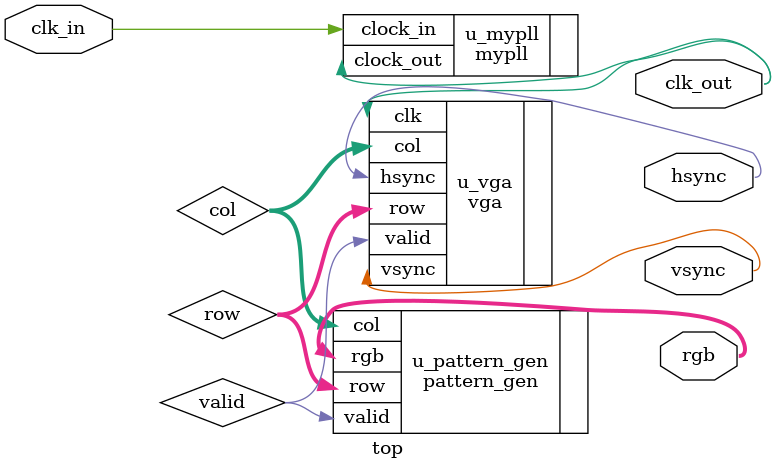
<source format=sv>
module top (
  input logic clk_in,
  output logic clk_out,
  output logic hsync,
  output logic vsync,
  output logic [5:0] rgb
);
  
// logic hsync;
// logic vsync;
logic valid;
logic [9:0] col;
logic [9:0] row;

  mypll u_mypll (
    .clock_in(clk_in),
    .clock_out(clk_out)
  );

  vga u_vga (
    .clk(clk_out),
    .hsync(hsync),
    .vsync(vsync),
    .col(col),  
    .row(row),    
    .valid(valid) 
  );

  pattern_gen u_pattern_gen (
    .valid(valid),
    .col(col),  
    .row(row),    
    .rgb(rgb)     
  );



endmodule

</source>
